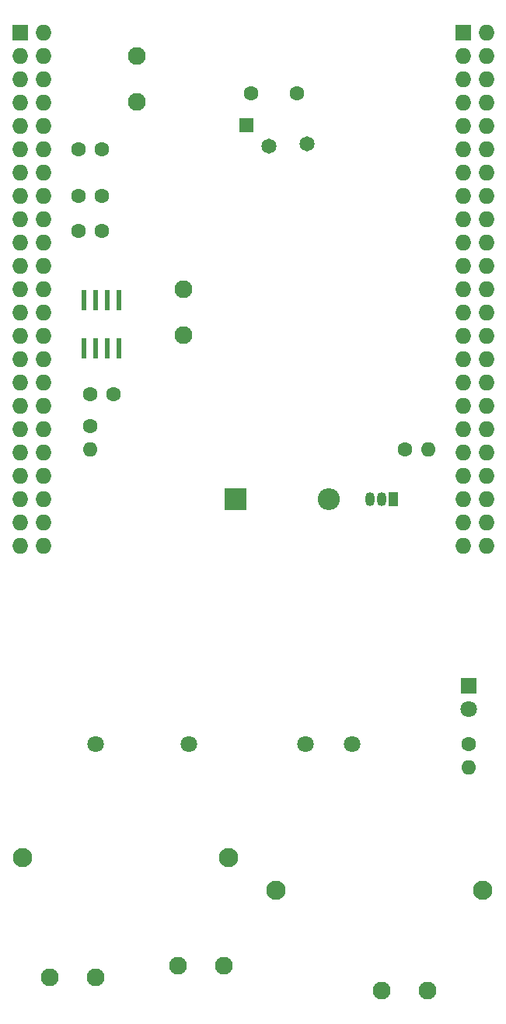
<source format=gts>
G04 #@! TF.GenerationSoftware,KiCad,Pcbnew,5.1.5-1.fc30*
G04 #@! TF.CreationDate,2020-06-02T12:14:53+03:00*
G04 #@! TF.ProjectId,savustin_real2,73617675-7374-4696-9e5f-7265616c322e,rev?*
G04 #@! TF.SameCoordinates,PX6d2994cPYa3a71e0*
G04 #@! TF.FileFunction,Soldermask,Top*
G04 #@! TF.FilePolarity,Negative*
%FSLAX46Y46*%
G04 Gerber Fmt 4.6, Leading zero omitted, Abs format (unit mm)*
G04 Created by KiCad (PCBNEW 5.1.5-1.fc30) date 2020-06-02 12:14:53*
%MOMM*%
%LPD*%
G04 APERTURE LIST*
%ADD10C,2.100000*%
%ADD11R,0.609600X2.207260*%
%ADD12C,1.600000*%
%ADD13C,1.650000*%
%ADD14R,1.650000X1.650000*%
%ADD15O,2.400000X2.400000*%
%ADD16R,2.400000X2.400000*%
%ADD17C,1.800000*%
%ADD18R,1.800000X1.800000*%
%ADD19O,1.600000X1.600000*%
%ADD20C,1.950000*%
%ADD21R,1.050000X1.500000*%
%ADD22O,1.050000X1.500000*%
%ADD23R,1.727200X1.727200*%
%ADD24O,1.727200X1.727200*%
G04 APERTURE END LIST*
D10*
X2161200Y19354800D03*
X24661200Y19354800D03*
X52296400Y15849600D03*
X29796400Y15849600D03*
D11*
X12700000Y74853800D03*
X11430000Y74853800D03*
X10160000Y74853800D03*
X8890000Y74853800D03*
X8890000Y80086200D03*
X10160000Y80086200D03*
X11430000Y80086200D03*
X12700000Y80086200D03*
D12*
X27045000Y102600000D03*
X32045000Y102600000D03*
D13*
X33145000Y97100000D03*
X29045000Y96800000D03*
D14*
X26545000Y99100000D03*
D15*
X35560000Y58420000D03*
D16*
X25400000Y58420000D03*
D17*
X50800000Y35560000D03*
D18*
X50800000Y38100000D03*
D19*
X9525000Y63832500D03*
D12*
X9525000Y66372500D03*
D19*
X50800000Y29210000D03*
D12*
X50800000Y31750000D03*
D19*
X46418500Y63817500D03*
D12*
X43878500Y63817500D03*
D17*
X38060000Y31750000D03*
X32960000Y31750000D03*
X20260000Y31750000D03*
X10160000Y31750000D03*
D20*
X5120000Y6350000D03*
X10120000Y6350000D03*
X14605000Y101640000D03*
X14605000Y106640000D03*
X41289600Y4876800D03*
X46289600Y4876800D03*
X19090000Y7620000D03*
X24090000Y7620000D03*
D21*
X42545000Y58420000D03*
D22*
X40005000Y58420000D03*
X41275000Y58420000D03*
D20*
X19685000Y76240000D03*
X19685000Y81240000D03*
D12*
X9565000Y69850000D03*
X12065000Y69850000D03*
X8295000Y87630000D03*
X10795000Y87630000D03*
X8295000Y91440000D03*
X10795000Y91440000D03*
X8295000Y96520000D03*
X10795000Y96520000D03*
D23*
X50165000Y109220000D03*
D24*
X52705000Y109220000D03*
X50165000Y106680000D03*
X52705000Y106680000D03*
X50165000Y104140000D03*
X52705000Y104140000D03*
X50165000Y101600000D03*
X52705000Y101600000D03*
X50165000Y99060000D03*
X52705000Y99060000D03*
X50165000Y96520000D03*
X52705000Y96520000D03*
X50165000Y93980000D03*
X52705000Y93980000D03*
X50165000Y91440000D03*
X52705000Y91440000D03*
X50165000Y88900000D03*
X52705000Y88900000D03*
X50165000Y86360000D03*
X52705000Y86360000D03*
X50165000Y83820000D03*
X52705000Y83820000D03*
X50165000Y81280000D03*
X52705000Y81280000D03*
X50165000Y78740000D03*
X52705000Y78740000D03*
X50165000Y76200000D03*
X52705000Y76200000D03*
X50165000Y73660000D03*
X52705000Y73660000D03*
X50165000Y71120000D03*
X52705000Y71120000D03*
X50165000Y68580000D03*
X52705000Y68580000D03*
X50165000Y66040000D03*
X52705000Y66040000D03*
X50165000Y63500000D03*
X52705000Y63500000D03*
X50165000Y60960000D03*
X52705000Y60960000D03*
X50165000Y58420000D03*
X52705000Y58420000D03*
X50165000Y55880000D03*
X52705000Y55880000D03*
X50165000Y53340000D03*
X52705000Y53340000D03*
D23*
X1905000Y109220000D03*
D24*
X4445000Y109220000D03*
X1905000Y106680000D03*
X4445000Y106680000D03*
X1905000Y104140000D03*
X4445000Y104140000D03*
X1905000Y101600000D03*
X4445000Y101600000D03*
X1905000Y99060000D03*
X4445000Y99060000D03*
X1905000Y96520000D03*
X4445000Y96520000D03*
X1905000Y93980000D03*
X4445000Y93980000D03*
X1905000Y91440000D03*
X4445000Y91440000D03*
X1905000Y88900000D03*
X4445000Y88900000D03*
X1905000Y86360000D03*
X4445000Y86360000D03*
X1905000Y83820000D03*
X4445000Y83820000D03*
X1905000Y81280000D03*
X4445000Y81280000D03*
X1905000Y78740000D03*
X4445000Y78740000D03*
X1905000Y76200000D03*
X4445000Y76200000D03*
X1905000Y73660000D03*
X4445000Y73660000D03*
X1905000Y71120000D03*
X4445000Y71120000D03*
X1905000Y68580000D03*
X4445000Y68580000D03*
X1905000Y66040000D03*
X4445000Y66040000D03*
X1905000Y63500000D03*
X4445000Y63500000D03*
X1905000Y60960000D03*
X4445000Y60960000D03*
X1905000Y58420000D03*
X4445000Y58420000D03*
X1905000Y55880000D03*
X4445000Y55880000D03*
X1905000Y53340000D03*
X4445000Y53340000D03*
M02*

</source>
